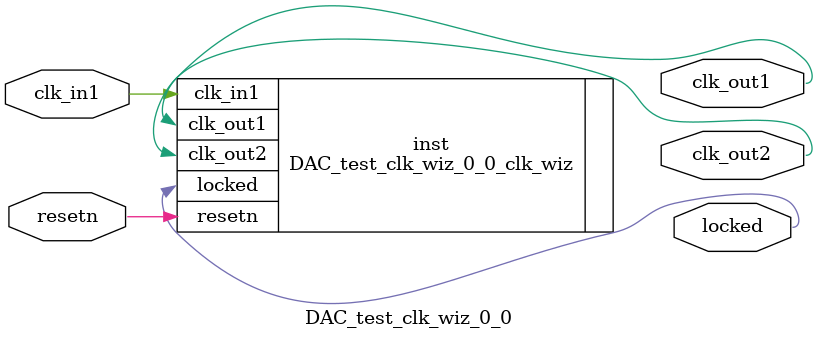
<source format=v>


`timescale 1ps/1ps

(* CORE_GENERATION_INFO = "DAC_test_clk_wiz_0_0,clk_wiz_v6_0_1_0_0,{component_name=DAC_test_clk_wiz_0_0,use_phase_alignment=true,use_min_o_jitter=false,use_max_i_jitter=false,use_dyn_phase_shift=false,use_inclk_switchover=false,use_dyn_reconfig=false,enable_axi=0,feedback_source=FDBK_AUTO,PRIMITIVE=PLL,num_out_clk=2,clkin1_period=10.000,clkin2_period=10.000,use_power_down=false,use_reset=true,use_locked=true,use_inclk_stopped=false,feedback_type=SINGLE,CLOCK_MGR_TYPE=NA,manual_override=false}" *)

module DAC_test_clk_wiz_0_0 
 (
  // Clock out ports
  output        clk_out1,
  output        clk_out2,
  // Status and control signals
  input         resetn,
  output        locked,
 // Clock in ports
  input         clk_in1
 );

  DAC_test_clk_wiz_0_0_clk_wiz inst
  (
  // Clock out ports  
  .clk_out1(clk_out1),
  .clk_out2(clk_out2),
  // Status and control signals               
  .resetn(resetn), 
  .locked(locked),
 // Clock in ports
  .clk_in1(clk_in1)
  );

endmodule

</source>
